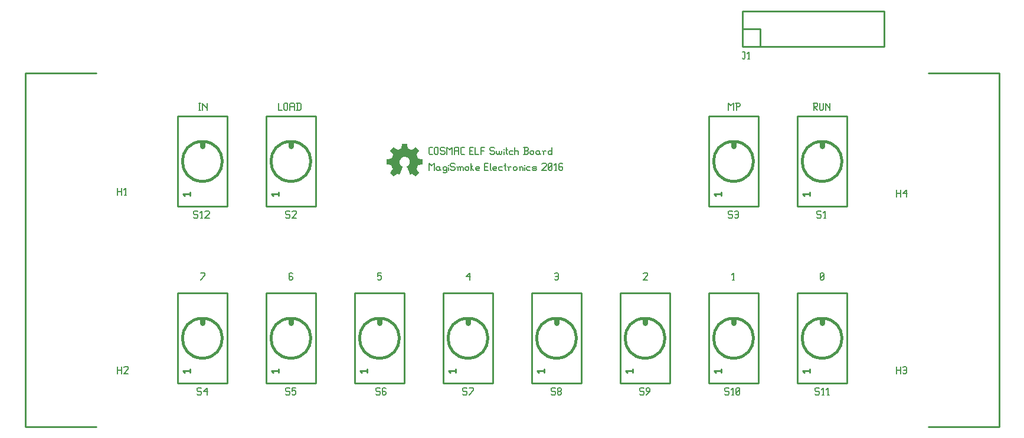
<source format=gbr>
G04 start of page 8 for group -4079 idx -4079 *
G04 Title: (unknown), topsilk *
G04 Creator: pcb 20140316 *
G04 CreationDate: Tue 18 Oct 2016 08:42:36 AM GMT UTC *
G04 For: atommann *
G04 Format: Gerber/RS-274X *
G04 PCB-Dimensions (mil): 8000.00 8000.00 *
G04 PCB-Coordinate-Origin: lower left *
%MOIN*%
%FSLAX25Y25*%
%LNTOPSILK*%
%ADD46C,0.0150*%
%ADD45C,0.0300*%
%ADD44C,0.0050*%
%ADD43C,0.0100*%
%ADD42C,0.0001*%
G54D42*G36*
X363000Y260000D02*X365577D01*
X365660Y259968D01*
X365707Y259892D01*
X365756Y259653D01*
X365800Y259431D01*
X366191Y257299D01*
X366238Y257211D01*
X366321Y257153D01*
X366424Y257109D01*
X367214Y256838D01*
X367964Y256480D01*
X367970D01*
X368057Y256442D01*
X368154Y256428D01*
X368252Y256459D01*
X370025Y257678D01*
X370216Y257803D01*
X370417Y257939D01*
X370503Y257964D01*
X370585Y257928D01*
X370916Y257598D01*
X371420Y257098D01*
X371578Y256935D01*
X372077Y256437D01*
X372239Y256280D01*
X372407Y256106D01*
X372446Y256021D01*
X372424Y255932D01*
X372288Y255731D01*
X372159Y255541D01*
X370970Y253805D01*
X370938Y253713D01*
X370953Y253616D01*
X370998Y253517D01*
X371681Y251911D01*
X371718Y251820D01*
X371781Y251742D01*
X371871Y251695D01*
X373910Y251314D01*
X374134Y251271D01*
X374377Y251228D01*
X374452Y251181D01*
X374481Y251098D01*
Y248521D01*
X374452Y248432D01*
X374377Y248385D01*
X374134Y248342D01*
X373910Y248299D01*
X371931Y247930D01*
X371843Y247882D01*
X371789Y247799D01*
X371761Y247739D01*
Y247728D01*
X371046Y245955D01*
X371041Y245943D01*
X371024Y245900D01*
X371007Y245799D01*
X371035Y245705D01*
X372164Y244073D01*
X372288Y243882D01*
X372429Y243681D01*
X372448Y243595D01*
X372407Y243513D01*
X372239Y243334D01*
X372077Y243177D01*
X370759Y241859D01*
X370585Y241691D01*
X370503Y241650D01*
X370417Y241668D01*
X370216Y241810D01*
X370025Y241934D01*
X368431Y243031D01*
X368332Y243060D01*
X368235Y243041D01*
X367904Y242857D01*
X367710Y242748D01*
X367363Y242570D01*
X367278Y242564D01*
X367216Y242624D01*
X367070Y242981D01*
X366982Y243188D01*
X365599Y246546D01*
X365511Y246752D01*
X365414Y246985D01*
X365410Y247080D01*
X365463Y247153D01*
X365686Y247284D01*
X365827Y247392D01*
X366363Y247838D01*
X366778Y248402D01*
X367045Y249061D01*
X367139Y249791D01*
X367081Y250366D01*
X366916Y250900D01*
X366653Y251385D01*
X366304Y251807D01*
X365884Y252156D01*
X365400Y252420D01*
X364866Y252585D01*
X364292Y252643D01*
X363717Y252585D01*
X363182Y252420D01*
X362699Y252156D01*
X362277Y251807D01*
X361929Y251385D01*
X361667Y250900D01*
X361502Y250366D01*
X361443Y249791D01*
X361536Y249061D01*
X361803Y248402D01*
X362217Y247838D01*
X362756Y247392D01*
X362892Y247284D01*
X363114Y247153D01*
X363168Y247080D01*
X363163Y246985D01*
X363066Y246752D01*
X362978Y246546D01*
X361595Y243188D01*
X361509Y242981D01*
X361361Y242624D01*
X361300Y242564D01*
X361216Y242570D01*
X360874Y242748D01*
X360673Y242857D01*
X360342Y243041D01*
X360243Y243060D01*
X360146Y243031D01*
X358552Y241934D01*
X358367Y241810D01*
X358161Y241668D01*
X358074Y241650D01*
X357992Y241691D01*
X357818Y241859D01*
X357661Y242021D01*
X357163Y242520D01*
X357000Y242678D01*
X356500Y243177D01*
X356338Y243334D01*
X356170Y243513D01*
X356131Y243595D01*
X356153Y243681D01*
X356289Y243882D01*
X356420Y244073D01*
X357542Y245705D01*
X357570Y245799D01*
X357553Y245900D01*
X357531Y245960D01*
X356821Y247734D01*
X356788Y247799D01*
X356734Y247882D01*
X356648Y247930D01*
X354667Y248299D01*
X354445Y248342D01*
X354206Y248385D01*
X354127Y248435D01*
X354098Y248521D01*
Y251098D01*
X354127Y251181D01*
X354206Y251228D01*
X354445Y251277D01*
X354667Y251314D01*
X356707Y251695D01*
X356796Y251742D01*
X356859Y251825D01*
X356896Y251911D01*
X357585Y253517D01*
X357624Y253616D01*
X357641Y253713D01*
X357613Y253805D01*
X356420Y255546D01*
X356289Y255731D01*
X356153Y255932D01*
X356131Y256021D01*
X356170Y256106D01*
X356338Y256280D01*
X356500Y256437D01*
X357992Y257928D01*
X358074Y257964D01*
X358161Y257945D01*
X358367Y257809D01*
X358552Y257678D01*
X360325Y256459D01*
X360423Y256430D01*
X360521Y256448D01*
X360607Y256480D01*
X360618Y256485D01*
X361364Y256839D01*
X362154Y257114D01*
X362257Y257153D01*
X362341Y257211D01*
X362386Y257299D01*
X362784Y259431D01*
X362821Y259653D01*
X362870Y259892D01*
X362917Y259968D01*
X363000Y260000D01*
G37*
G54D43*X190000Y300000D02*X150000D01*
X190000Y100000D02*X150000D01*
Y300000D02*Y100000D01*
X660000Y300000D02*X700000D01*
Y100000D01*
X660000D02*X700000D01*
G54D44*X248000Y283000D02*X249000D01*
X248500D02*Y279000D01*
X248000D02*X249000D01*
X250200Y283000D02*Y279000D01*
Y283000D02*Y282500D01*
X252700Y280000D01*
Y283000D02*Y279000D01*
X293000Y283000D02*Y279000D01*
X295000D01*
X296200Y282500D02*Y279500D01*
Y282500D02*X296700Y283000D01*
X297700D01*
X298200Y282500D01*
Y279500D01*
X297700Y279000D02*X298200Y279500D01*
X296700Y279000D02*X297700D01*
X296200Y279500D02*X296700Y279000D01*
X299400Y282500D02*Y279000D01*
Y282500D02*X299900Y283000D01*
X301400D01*
X301900Y282500D01*
Y279000D01*
X299400Y281000D02*X301900D01*
X303600Y283000D02*Y279000D01*
X305100Y283000D02*X305600Y282500D01*
Y279500D01*
X305100Y279000D02*X305600Y279500D01*
X303100Y279000D02*X305100D01*
X303100Y283000D02*X305100D01*
X249000Y183000D02*X251500Y185500D01*
Y187000D02*Y185500D01*
X249000Y187000D02*X251500D01*
X449000Y186500D02*X449500Y187000D01*
X450500D01*
X451000Y186500D01*
Y183500D01*
X450500Y183000D02*X451000Y183500D01*
X449500Y183000D02*X450500D01*
X449000Y183500D02*X449500Y183000D01*
Y185000D02*X451000D01*
X300500Y187000D02*X301000Y186500D01*
X299500Y187000D02*X300500D01*
X299000Y186500D02*X299500Y187000D01*
X299000Y186500D02*Y183500D01*
X299500Y183000D01*
X300500Y185000D02*X301000Y184500D01*
X299000Y185000D02*X300500D01*
X299500Y183000D02*X300500D01*
X301000Y183500D01*
Y184500D02*Y183500D01*
X399000Y185000D02*X401000Y187000D01*
X399000Y185000D02*X401500D01*
X401000Y187000D02*Y183000D01*
X349000Y187000D02*X351000D01*
X349000D02*Y185000D01*
X349500Y185500D01*
X350500D01*
X351000Y185000D01*
Y183500D01*
X350500Y183000D02*X351000Y183500D01*
X349500Y183000D02*X350500D01*
X349000Y183500D02*X349500Y183000D01*
X378500Y254000D02*X380000D01*
X378000Y254500D02*X378500Y254000D01*
X378000Y257500D02*Y254500D01*
Y257500D02*X378500Y258000D01*
X380000D01*
X381200Y257500D02*Y254500D01*
Y257500D02*X381700Y258000D01*
X382700D01*
X383200Y257500D01*
Y254500D01*
X382700Y254000D02*X383200Y254500D01*
X381700Y254000D02*X382700D01*
X381200Y254500D02*X381700Y254000D01*
X386400Y258000D02*X386900Y257500D01*
X384900Y258000D02*X386400D01*
X384400Y257500D02*X384900Y258000D01*
X384400Y257500D02*Y256500D01*
X384900Y256000D01*
X386400D01*
X386900Y255500D01*
Y254500D01*
X386400Y254000D02*X386900Y254500D01*
X384900Y254000D02*X386400D01*
X384400Y254500D02*X384900Y254000D01*
X388100Y258000D02*Y254000D01*
Y258000D02*X389600Y256500D01*
X391100Y258000D01*
Y254000D01*
X392300Y257500D02*Y254000D01*
Y257500D02*X392800Y258000D01*
X394300D01*
X394800Y257500D01*
Y254000D01*
X392300Y256000D02*X394800D01*
X396500Y254000D02*X398000D01*
X396000Y254500D02*X396500Y254000D01*
X396000Y257500D02*Y254500D01*
Y257500D02*X396500Y258000D01*
X398000D01*
X401000Y256000D02*X402500D01*
X401000Y254000D02*X403000D01*
X401000Y258000D02*Y254000D01*
Y258000D02*X403000D01*
X404200D02*Y254000D01*
X406200D01*
X407400Y258000D02*Y254000D01*
Y258000D02*X409400D01*
X407400Y256000D02*X408900D01*
X414400Y258000D02*X414900Y257500D01*
X412900Y258000D02*X414400D01*
X412400Y257500D02*X412900Y258000D01*
X412400Y257500D02*Y256500D01*
X412900Y256000D01*
X414400D01*
X414900Y255500D01*
Y254500D01*
X414400Y254000D02*X414900Y254500D01*
X412900Y254000D02*X414400D01*
X412400Y254500D02*X412900Y254000D01*
X416100Y256000D02*Y254500D01*
X416600Y254000D01*
X417100D01*
X417600Y254500D01*
Y256000D02*Y254500D01*
X418100Y254000D01*
X418600D01*
X419100Y254500D01*
Y256000D02*Y254500D01*
X420300Y257000D02*Y256500D01*
Y255500D02*Y254000D01*
X421800Y258000D02*Y254500D01*
X422300Y254000D01*
X421300Y256500D02*X422300D01*
X423800Y256000D02*X425300D01*
X423300Y255500D02*X423800Y256000D01*
X423300Y255500D02*Y254500D01*
X423800Y254000D01*
X425300D01*
X426500Y258000D02*Y254000D01*
Y255500D02*X427000Y256000D01*
X428000D01*
X428500Y255500D01*
Y254000D01*
X431500D02*X433500D01*
X434000Y254500D01*
Y255500D02*Y254500D01*
X433500Y256000D02*X434000Y255500D01*
X432000Y256000D02*X433500D01*
X432000Y258000D02*Y254000D01*
X431500Y258000D02*X433500D01*
X434000Y257500D01*
Y256500D01*
X433500Y256000D02*X434000Y256500D01*
X435200Y255500D02*Y254500D01*
Y255500D02*X435700Y256000D01*
X436700D01*
X437200Y255500D01*
Y254500D01*
X436700Y254000D02*X437200Y254500D01*
X435700Y254000D02*X436700D01*
X435200Y254500D02*X435700Y254000D01*
X439900Y256000D02*X440400Y255500D01*
X438900Y256000D02*X439900D01*
X438400Y255500D02*X438900Y256000D01*
X438400Y255500D02*Y254500D01*
X438900Y254000D01*
X440400Y256000D02*Y254500D01*
X440900Y254000D01*
X438900D02*X439900D01*
X440400Y254500D01*
X442600Y255500D02*Y254000D01*
Y255500D02*X443100Y256000D01*
X444100D01*
X442100D02*X442600Y255500D01*
X447300Y258000D02*Y254000D01*
X446800D02*X447300Y254500D01*
X445800Y254000D02*X446800D01*
X445300Y254500D02*X445800Y254000D01*
X445300Y255500D02*Y254500D01*
Y255500D02*X445800Y256000D01*
X446800D01*
X447300Y255500D01*
X378000Y249000D02*Y245000D01*
Y249000D02*X379500Y247500D01*
X381000Y249000D01*
Y245000D01*
X383700Y247000D02*X384200Y246500D01*
X382700Y247000D02*X383700D01*
X382200Y246500D02*X382700Y247000D01*
X382200Y246500D02*Y245500D01*
X382700Y245000D01*
X384200Y247000D02*Y245500D01*
X384700Y245000D01*
X382700D02*X383700D01*
X384200Y245500D01*
X387400Y247000D02*X387900Y246500D01*
X386400Y247000D02*X387400D01*
X385900Y246500D02*X386400Y247000D01*
X385900Y246500D02*Y245500D01*
X386400Y245000D01*
X387400D01*
X387900Y245500D01*
X385900Y244000D02*X386400Y243500D01*
X387400D01*
X387900Y244000D01*
Y247000D02*Y244000D01*
X389100Y248000D02*Y247500D01*
Y246500D02*Y245000D01*
X392100Y249000D02*X392600Y248500D01*
X390600Y249000D02*X392100D01*
X390100Y248500D02*X390600Y249000D01*
X390100Y248500D02*Y247500D01*
X390600Y247000D01*
X392100D01*
X392600Y246500D01*
Y245500D01*
X392100Y245000D02*X392600Y245500D01*
X390600Y245000D02*X392100D01*
X390100Y245500D02*X390600Y245000D01*
X394300Y246500D02*Y245000D01*
Y246500D02*X394800Y247000D01*
X395300D01*
X395800Y246500D01*
Y245000D01*
Y246500D02*X396300Y247000D01*
X396800D01*
X397300Y246500D01*
Y245000D01*
X393800Y247000D02*X394300Y246500D01*
X398500D02*Y245500D01*
Y246500D02*X399000Y247000D01*
X400000D01*
X400500Y246500D01*
Y245500D01*
X400000Y245000D02*X400500Y245500D01*
X399000Y245000D02*X400000D01*
X398500Y245500D02*X399000Y245000D01*
X401700Y249000D02*Y245000D01*
Y246500D02*X403200Y245000D01*
X401700Y246500D02*X402700Y247500D01*
X404900Y245000D02*X406400D01*
X404400Y245500D02*X404900Y245000D01*
X404400Y246500D02*Y245500D01*
Y246500D02*X404900Y247000D01*
X405900D01*
X406400Y246500D01*
X404400Y246000D02*X406400D01*
Y246500D02*Y246000D01*
X409400Y247000D02*X410900D01*
X409400Y245000D02*X411400D01*
X409400Y249000D02*Y245000D01*
Y249000D02*X411400D01*
X412600D02*Y245500D01*
X413100Y245000D01*
X414600D02*X416100D01*
X414100Y245500D02*X414600Y245000D01*
X414100Y246500D02*Y245500D01*
Y246500D02*X414600Y247000D01*
X415600D01*
X416100Y246500D01*
X414100Y246000D02*X416100D01*
Y246500D02*Y246000D01*
X417800Y247000D02*X419300D01*
X417300Y246500D02*X417800Y247000D01*
X417300Y246500D02*Y245500D01*
X417800Y245000D01*
X419300D01*
X421000Y249000D02*Y245500D01*
X421500Y245000D01*
X420500Y247500D02*X421500D01*
X423000Y246500D02*Y245000D01*
Y246500D02*X423500Y247000D01*
X424500D01*
X422500D02*X423000Y246500D01*
X425700D02*Y245500D01*
Y246500D02*X426200Y247000D01*
X427200D01*
X427700Y246500D01*
Y245500D01*
X427200Y245000D02*X427700Y245500D01*
X426200Y245000D02*X427200D01*
X425700Y245500D02*X426200Y245000D01*
X429400Y246500D02*Y245000D01*
Y246500D02*X429900Y247000D01*
X430400D01*
X430900Y246500D01*
Y245000D01*
X428900Y247000D02*X429400Y246500D01*
X432100Y248000D02*Y247500D01*
Y246500D02*Y245000D01*
X433600Y247000D02*X435100D01*
X433100Y246500D02*X433600Y247000D01*
X433100Y246500D02*Y245500D01*
X433600Y245000D01*
X435100D01*
X436800D02*X438300D01*
X438800Y245500D01*
X438300Y246000D02*X438800Y245500D01*
X436800Y246000D02*X438300D01*
X436300Y246500D02*X436800Y246000D01*
X436300Y246500D02*X436800Y247000D01*
X438300D01*
X438800Y246500D01*
X436300Y245500D02*X436800Y245000D01*
X441800Y248500D02*X442300Y249000D01*
X443800D01*
X444300Y248500D01*
Y247500D01*
X441800Y245000D02*X444300Y247500D01*
X441800Y245000D02*X444300D01*
X445500Y245500D02*X446000Y245000D01*
X445500Y248500D02*Y245500D01*
Y248500D02*X446000Y249000D01*
X447000D01*
X447500Y248500D01*
Y245500D01*
X447000Y245000D02*X447500Y245500D01*
X446000Y245000D02*X447000D01*
X445500Y246000D02*X447500Y248000D01*
X449200Y245000D02*X450200D01*
X449700Y249000D02*Y245000D01*
X448700Y248000D02*X449700Y249000D01*
X452900D02*X453400Y248500D01*
X451900Y249000D02*X452900D01*
X451400Y248500D02*X451900Y249000D01*
X451400Y248500D02*Y245500D01*
X451900Y245000D01*
X452900Y247000D02*X453400Y246500D01*
X451400Y247000D02*X452900D01*
X451900Y245000D02*X452900D01*
X453400Y245500D01*
Y246500D02*Y245500D01*
X547000Y283000D02*Y279000D01*
Y283000D02*X548500Y281500D01*
X550000Y283000D01*
Y279000D01*
X551700Y283000D02*Y279000D01*
X551200Y283000D02*X553200D01*
X553700Y282500D01*
Y281500D01*
X553200Y281000D02*X553700Y281500D01*
X551700Y281000D02*X553200D01*
X595000Y283000D02*X597000D01*
X597500Y282500D01*
Y281500D01*
X597000Y281000D02*X597500Y281500D01*
X595500Y281000D02*X597000D01*
X595500Y283000D02*Y279000D01*
Y281000D02*X597500Y279000D01*
X598700Y283000D02*Y279500D01*
X599200Y279000D01*
X600200D01*
X600700Y279500D01*
Y283000D02*Y279500D01*
X601900Y283000D02*Y279000D01*
Y283000D02*Y282500D01*
X604400Y280000D01*
Y283000D02*Y279000D01*
X499000Y186500D02*X499500Y187000D01*
X501000D01*
X501500Y186500D01*
Y185500D01*
X499000Y183000D02*X501500Y185500D01*
X499000Y183000D02*X501500D01*
X549500D02*X550500D01*
X550000Y187000D02*Y183000D01*
X549000Y186000D02*X550000Y187000D01*
X599000Y183500D02*X599500Y183000D01*
X599000Y186500D02*Y183500D01*
Y186500D02*X599500Y187000D01*
X600500D01*
X601000Y186500D01*
Y183500D01*
X600500Y183000D02*X601000Y183500D01*
X599500Y183000D02*X600500D01*
X599000Y184000D02*X601000Y186000D01*
G54D43*X586000Y175500D02*Y124500D01*
Y175500D02*X614000D01*
Y124500D01*
X586000D02*X614000D01*
G54D45*X600000Y160500D02*Y158500D01*
G54D43*X589000Y131500D02*X593000D01*
Y132500D02*Y130500D01*
X589000Y131500D02*X590000Y130500D01*
G54D46*X600000Y138750D02*G75*G03X600000Y138750I0J11250D01*G01*
G54D43*X536000Y175500D02*Y124500D01*
Y175500D02*X564000D01*
Y124500D01*
X536000D02*X564000D01*
G54D45*X550000Y160500D02*Y158500D01*
G54D43*X539000Y131500D02*X543000D01*
Y132500D02*Y130500D01*
X539000Y131500D02*X540000Y130500D01*
G54D46*X550000Y138750D02*G75*G03X550000Y138750I0J11250D01*G01*
G54D43*X486000Y175500D02*Y124500D01*
Y175500D02*X514000D01*
Y124500D01*
X486000D02*X514000D01*
G54D45*X500000Y160500D02*Y158500D01*
G54D43*X489000Y131500D02*X493000D01*
Y132500D02*Y130500D01*
X489000Y131500D02*X490000Y130500D01*
G54D46*X500000Y138750D02*G75*G03X500000Y138750I0J11250D01*G01*
G54D43*X555000Y315000D02*X635000D01*
Y335000D02*Y315000D01*
X555000Y335000D02*X635000D01*
X555000D02*Y315000D01*
X565000Y325000D02*Y315000D01*
X555000Y325000D02*X565000D01*
X586000Y275500D02*Y224500D01*
Y275500D02*X614000D01*
Y224500D01*
X586000D02*X614000D01*
G54D45*X600000Y260500D02*Y258500D01*
G54D43*X589000Y231500D02*X593000D01*
Y232500D02*Y230500D01*
X589000Y231500D02*X590000Y230500D01*
G54D46*X600000Y238750D02*G75*G03X600000Y238750I0J11250D01*G01*
G54D43*X286000Y175500D02*Y124500D01*
Y175500D02*X314000D01*
Y124500D01*
X286000D02*X314000D01*
G54D45*X300000Y160500D02*Y158500D01*
G54D43*X289000Y131500D02*X293000D01*
Y132500D02*Y130500D01*
X289000Y131500D02*X290000Y130500D01*
G54D46*X300000Y138750D02*G75*G03X300000Y138750I0J11250D01*G01*
G54D43*X236000Y175500D02*Y124500D01*
Y175500D02*X264000D01*
Y124500D01*
X236000D02*X264000D01*
G54D45*X250000Y160500D02*Y158500D01*
G54D43*X239000Y131500D02*X243000D01*
Y132500D02*Y130500D01*
X239000Y131500D02*X240000Y130500D01*
G54D46*X250000Y138750D02*G75*G03X250000Y138750I0J11250D01*G01*
G54D43*X236000Y275500D02*Y224500D01*
Y275500D02*X264000D01*
Y224500D01*
X236000D02*X264000D01*
G54D45*X250000Y260500D02*Y258500D01*
G54D43*X239000Y231500D02*X243000D01*
Y232500D02*Y230500D01*
X239000Y231500D02*X240000Y230500D01*
G54D46*X250000Y238750D02*G75*G03X250000Y238750I0J11250D01*G01*
G54D43*X436000Y175500D02*Y124500D01*
Y175500D02*X464000D01*
Y124500D01*
X436000D02*X464000D01*
G54D45*X450000Y160500D02*Y158500D01*
G54D43*X439000Y131500D02*X443000D01*
Y132500D02*Y130500D01*
X439000Y131500D02*X440000Y130500D01*
G54D46*X450000Y138750D02*G75*G03X450000Y138750I0J11250D01*G01*
G54D43*X386000Y175500D02*Y124500D01*
Y175500D02*X414000D01*
Y124500D01*
X386000D02*X414000D01*
G54D45*X400000Y160500D02*Y158500D01*
G54D43*X389000Y131500D02*X393000D01*
Y132500D02*Y130500D01*
X389000Y131500D02*X390000Y130500D01*
G54D46*X400000Y138750D02*G75*G03X400000Y138750I0J11250D01*G01*
G54D43*X336000Y175500D02*Y124500D01*
Y175500D02*X364000D01*
Y124500D01*
X336000D02*X364000D01*
G54D45*X350000Y160500D02*Y158500D01*
G54D43*X339000Y131500D02*X343000D01*
Y132500D02*Y130500D01*
X339000Y131500D02*X340000Y130500D01*
G54D46*X350000Y138750D02*G75*G03X350000Y138750I0J11250D01*G01*
G54D43*X536000Y275500D02*Y224500D01*
Y275500D02*X564000D01*
Y224500D01*
X536000D02*X564000D01*
G54D45*X550000Y260500D02*Y258500D01*
G54D43*X539000Y231500D02*X543000D01*
Y232500D02*Y230500D01*
X539000Y231500D02*X540000Y230500D01*
G54D46*X550000Y238750D02*G75*G03X550000Y238750I0J11250D01*G01*
G54D43*X286000Y275500D02*Y224500D01*
Y275500D02*X314000D01*
Y224500D01*
X286000D02*X314000D01*
G54D45*X300000Y260500D02*Y258500D01*
G54D43*X289000Y231500D02*X293000D01*
Y232500D02*Y230500D01*
X289000Y231500D02*X290000Y230500D01*
G54D46*X300000Y238750D02*G75*G03X300000Y238750I0J11250D01*G01*
G54D44*X642000Y234000D02*Y230000D01*
X644500Y234000D02*Y230000D01*
X642000Y232000D02*X644500D01*
X645700D02*X647700Y234000D01*
X645700Y232000D02*X648200D01*
X647700Y234000D02*Y230000D01*
X555000Y312000D02*X556500D01*
Y308500D01*
X556000Y308000D02*X556500Y308500D01*
X555500Y308000D02*X556000D01*
X555000Y308500D02*X555500Y308000D01*
X558200D02*X559200D01*
X558700Y312000D02*Y308000D01*
X557700Y311000D02*X558700Y312000D01*
X549000Y222000D02*X549500Y221500D01*
X547500Y222000D02*X549000D01*
X547000Y221500D02*X547500Y222000D01*
X547000Y221500D02*Y220500D01*
X547500Y220000D01*
X549000D01*
X549500Y219500D01*
Y218500D01*
X549000Y218000D02*X549500Y218500D01*
X547500Y218000D02*X549000D01*
X547000Y218500D02*X547500Y218000D01*
X550700Y221500D02*X551200Y222000D01*
X552200D01*
X552700Y221500D01*
Y218500D01*
X552200Y218000D02*X552700Y218500D01*
X551200Y218000D02*X552200D01*
X550700Y218500D02*X551200Y218000D01*
Y220000D02*X552700D01*
X599000Y222000D02*X599500Y221500D01*
X597500Y222000D02*X599000D01*
X597000Y221500D02*X597500Y222000D01*
X597000Y221500D02*Y220500D01*
X597500Y220000D01*
X599000D01*
X599500Y219500D01*
Y218500D01*
X599000Y218000D02*X599500Y218500D01*
X597500Y218000D02*X599000D01*
X597000Y218500D02*X597500Y218000D01*
X601200D02*X602200D01*
X601700Y222000D02*Y218000D01*
X600700Y221000D02*X601700Y222000D01*
X499000Y122000D02*X499500Y121500D01*
X497500Y122000D02*X499000D01*
X497000Y121500D02*X497500Y122000D01*
X497000Y121500D02*Y120500D01*
X497500Y120000D01*
X499000D01*
X499500Y119500D01*
Y118500D01*
X499000Y118000D02*X499500Y118500D01*
X497500Y118000D02*X499000D01*
X497000Y118500D02*X497500Y118000D01*
X500700D02*X502700Y120000D01*
Y121500D02*Y120000D01*
X502200Y122000D02*X502700Y121500D01*
X501200Y122000D02*X502200D01*
X500700Y121500D02*X501200Y122000D01*
X500700Y121500D02*Y120500D01*
X501200Y120000D01*
X502700D01*
X642000Y134000D02*Y130000D01*
X644500Y134000D02*Y130000D01*
X642000Y132000D02*X644500D01*
X645700Y133500D02*X646200Y134000D01*
X647200D01*
X647700Y133500D01*
Y130500D01*
X647200Y130000D02*X647700Y130500D01*
X646200Y130000D02*X647200D01*
X645700Y130500D02*X646200Y130000D01*
Y132000D02*X647700D01*
X598000Y122000D02*X598500Y121500D01*
X596500Y122000D02*X598000D01*
X596000Y121500D02*X596500Y122000D01*
X596000Y121500D02*Y120500D01*
X596500Y120000D01*
X598000D01*
X598500Y119500D01*
Y118500D01*
X598000Y118000D02*X598500Y118500D01*
X596500Y118000D02*X598000D01*
X596000Y118500D02*X596500Y118000D01*
X600200D02*X601200D01*
X600700Y122000D02*Y118000D01*
X599700Y121000D02*X600700Y122000D01*
X602900Y118000D02*X603900D01*
X603400Y122000D02*Y118000D01*
X602400Y121000D02*X603400Y122000D01*
X547000D02*X547500Y121500D01*
X545500Y122000D02*X547000D01*
X545000Y121500D02*X545500Y122000D01*
X545000Y121500D02*Y120500D01*
X545500Y120000D01*
X547000D01*
X547500Y119500D01*
Y118500D01*
X547000Y118000D02*X547500Y118500D01*
X545500Y118000D02*X547000D01*
X545000Y118500D02*X545500Y118000D01*
X549200D02*X550200D01*
X549700Y122000D02*Y118000D01*
X548700Y121000D02*X549700Y122000D01*
X551400Y118500D02*X551900Y118000D01*
X551400Y121500D02*Y118500D01*
Y121500D02*X551900Y122000D01*
X552900D01*
X553400Y121500D01*
Y118500D01*
X552900Y118000D02*X553400Y118500D01*
X551900Y118000D02*X552900D01*
X551400Y119000D02*X553400Y121000D01*
X202000Y134000D02*Y130000D01*
X204500Y134000D02*Y130000D01*
X202000Y132000D02*X204500D01*
X205700Y133500D02*X206200Y134000D01*
X207700D01*
X208200Y133500D01*
Y132500D01*
X205700Y130000D02*X208200Y132500D01*
X205700Y130000D02*X208200D01*
X202000Y235000D02*Y231000D01*
X204500Y235000D02*Y231000D01*
X202000Y233000D02*X204500D01*
X206200Y231000D02*X207200D01*
X206700Y235000D02*Y231000D01*
X205700Y234000D02*X206700Y235000D01*
X299000Y222000D02*X299500Y221500D01*
X297500Y222000D02*X299000D01*
X297000Y221500D02*X297500Y222000D01*
X297000Y221500D02*Y220500D01*
X297500Y220000D01*
X299000D01*
X299500Y219500D01*
Y218500D01*
X299000Y218000D02*X299500Y218500D01*
X297500Y218000D02*X299000D01*
X297000Y218500D02*X297500Y218000D01*
X300700Y221500D02*X301200Y222000D01*
X302700D01*
X303200Y221500D01*
Y220500D01*
X300700Y218000D02*X303200Y220500D01*
X300700Y218000D02*X303200D01*
X247000Y222000D02*X247500Y221500D01*
X245500Y222000D02*X247000D01*
X245000Y221500D02*X245500Y222000D01*
X245000Y221500D02*Y220500D01*
X245500Y220000D01*
X247000D01*
X247500Y219500D01*
Y218500D01*
X247000Y218000D02*X247500Y218500D01*
X245500Y218000D02*X247000D01*
X245000Y218500D02*X245500Y218000D01*
X249200D02*X250200D01*
X249700Y222000D02*Y218000D01*
X248700Y221000D02*X249700Y222000D01*
X251400Y221500D02*X251900Y222000D01*
X253400D01*
X253900Y221500D01*
Y220500D01*
X251400Y218000D02*X253900Y220500D01*
X251400Y218000D02*X253900D01*
X449000Y122000D02*X449500Y121500D01*
X447500Y122000D02*X449000D01*
X447000Y121500D02*X447500Y122000D01*
X447000Y121500D02*Y120500D01*
X447500Y120000D01*
X449000D01*
X449500Y119500D01*
Y118500D01*
X449000Y118000D02*X449500Y118500D01*
X447500Y118000D02*X449000D01*
X447000Y118500D02*X447500Y118000D01*
X450700Y118500D02*X451200Y118000D01*
X450700Y119500D02*Y118500D01*
Y119500D02*X451200Y120000D01*
X452200D01*
X452700Y119500D01*
Y118500D01*
X452200Y118000D02*X452700Y118500D01*
X451200Y118000D02*X452200D01*
X450700Y120500D02*X451200Y120000D01*
X450700Y121500D02*Y120500D01*
Y121500D02*X451200Y122000D01*
X452200D01*
X452700Y121500D01*
Y120500D01*
X452200Y120000D02*X452700Y120500D01*
X399000Y122000D02*X399500Y121500D01*
X397500Y122000D02*X399000D01*
X397000Y121500D02*X397500Y122000D01*
X397000Y121500D02*Y120500D01*
X397500Y120000D01*
X399000D01*
X399500Y119500D01*
Y118500D01*
X399000Y118000D02*X399500Y118500D01*
X397500Y118000D02*X399000D01*
X397000Y118500D02*X397500Y118000D01*
X400700D02*X403200Y120500D01*
Y122000D02*Y120500D01*
X400700Y122000D02*X403200D01*
X350000D02*X350500Y121500D01*
X348500Y122000D02*X350000D01*
X348000Y121500D02*X348500Y122000D01*
X348000Y121500D02*Y120500D01*
X348500Y120000D01*
X350000D01*
X350500Y119500D01*
Y118500D01*
X350000Y118000D02*X350500Y118500D01*
X348500Y118000D02*X350000D01*
X348000Y118500D02*X348500Y118000D01*
X353200Y122000D02*X353700Y121500D01*
X352200Y122000D02*X353200D01*
X351700Y121500D02*X352200Y122000D01*
X351700Y121500D02*Y118500D01*
X352200Y118000D01*
X353200Y120000D02*X353700Y119500D01*
X351700Y120000D02*X353200D01*
X352200Y118000D02*X353200D01*
X353700Y118500D01*
Y119500D02*Y118500D01*
X299000Y122000D02*X299500Y121500D01*
X297500Y122000D02*X299000D01*
X297000Y121500D02*X297500Y122000D01*
X297000Y121500D02*Y120500D01*
X297500Y120000D01*
X299000D01*
X299500Y119500D01*
Y118500D01*
X299000Y118000D02*X299500Y118500D01*
X297500Y118000D02*X299000D01*
X297000Y118500D02*X297500Y118000D01*
X300700Y122000D02*X302700D01*
X300700D02*Y120000D01*
X301200Y120500D01*
X302200D01*
X302700Y120000D01*
Y118500D01*
X302200Y118000D02*X302700Y118500D01*
X301200Y118000D02*X302200D01*
X300700Y118500D02*X301200Y118000D01*
X249000Y122000D02*X249500Y121500D01*
X247500Y122000D02*X249000D01*
X247000Y121500D02*X247500Y122000D01*
X247000Y121500D02*Y120500D01*
X247500Y120000D01*
X249000D01*
X249500Y119500D01*
Y118500D01*
X249000Y118000D02*X249500Y118500D01*
X247500Y118000D02*X249000D01*
X247000Y118500D02*X247500Y118000D01*
X250700Y120000D02*X252700Y122000D01*
X250700Y120000D02*X253200D01*
X252700Y122000D02*Y118000D01*
M02*

</source>
